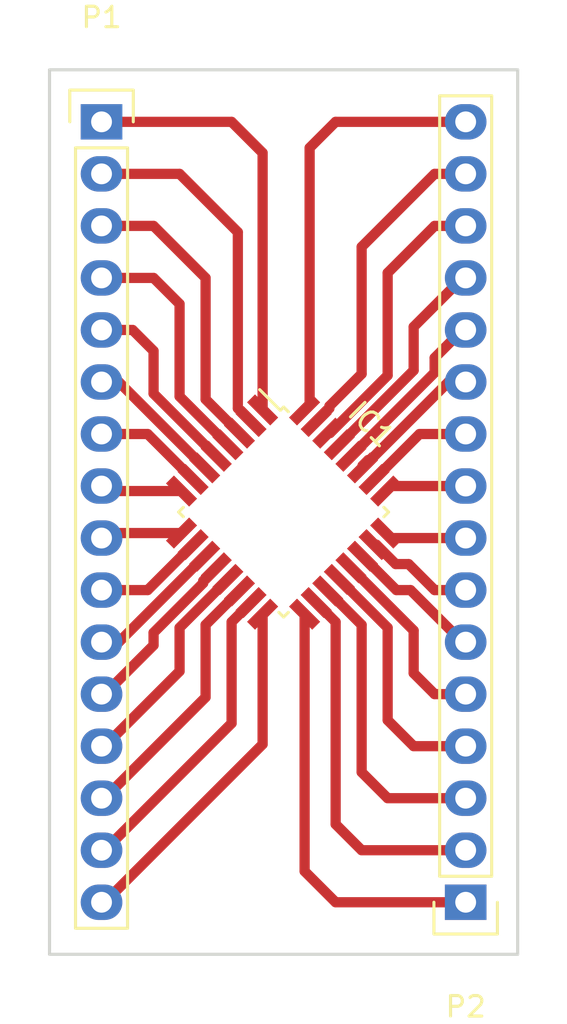
<source format=kicad_pcb>
(kicad_pcb (version 4) (host pcbnew 4.0.1-stable)

  (general
    (links 32)
    (no_connects 32)
    (area 134.591667 89.025 162.588334 139.425)
    (thickness 1.6)
    (drawings 4)
    (tracks 129)
    (zones 0)
    (modules 3)
    (nets 33)
  )

  (page A4)
  (layers
    (0 F.Cu signal)
    (31 B.Cu signal)
    (32 B.Adhes user)
    (33 F.Adhes user)
    (34 B.Paste user)
    (35 F.Paste user)
    (36 B.SilkS user)
    (37 F.SilkS user)
    (38 B.Mask user)
    (39 F.Mask user)
    (40 Dwgs.User user)
    (41 Cmts.User user)
    (42 Eco1.User user)
    (43 Eco2.User user)
    (44 Edge.Cuts user)
    (45 Margin user)
    (46 B.CrtYd user)
    (47 F.CrtYd user)
    (48 B.Fab user)
    (49 F.Fab user)
  )

  (setup
    (last_trace_width 0.5)
    (user_trace_width 0.5)
    (trace_clearance 0.2)
    (zone_clearance 0.508)
    (zone_45_only no)
    (trace_min 0.2)
    (segment_width 0.2)
    (edge_width 0.15)
    (via_size 0.6)
    (via_drill 0.4)
    (via_min_size 0.4)
    (via_min_drill 0.3)
    (uvia_size 0.3)
    (uvia_drill 0.1)
    (uvias_allowed no)
    (uvia_min_size 0.2)
    (uvia_min_drill 0.1)
    (pcb_text_width 0.3)
    (pcb_text_size 1.5 1.5)
    (mod_edge_width 0.15)
    (mod_text_size 1 1)
    (mod_text_width 0.15)
    (pad_size 1.6 0.55)
    (pad_drill 0)
    (pad_to_mask_clearance 0.2)
    (aux_axis_origin 0 0)
    (visible_elements FFFFFF7F)
    (pcbplotparams
      (layerselection 0x01000_00000001)
      (usegerberextensions false)
      (excludeedgelayer true)
      (linewidth 0.100000)
      (plotframeref false)
      (viasonmask false)
      (mode 1)
      (useauxorigin false)
      (hpglpennumber 1)
      (hpglpenspeed 20)
      (hpglpendiameter 15)
      (hpglpenoverlay 2)
      (psnegative false)
      (psa4output false)
      (plotreference false)
      (plotvalue false)
      (plotinvisibletext false)
      (padsonsilk false)
      (subtractmaskfromsilk false)
      (outputformat 1)
      (mirror false)
      (drillshape 0)
      (scaleselection 1)
      (outputdirectory ""))
  )

  (net 0 "")
  (net 1 "Net-(IC1-Pad1)")
  (net 2 "Net-(IC1-Pad2)")
  (net 3 "Net-(IC1-Pad3)")
  (net 4 "Net-(IC1-Pad4)")
  (net 5 "Net-(IC1-Pad5)")
  (net 6 "Net-(IC1-Pad6)")
  (net 7 "Net-(IC1-Pad7)")
  (net 8 "Net-(IC1-Pad8)")
  (net 9 "Net-(IC1-Pad9)")
  (net 10 "Net-(IC1-Pad10)")
  (net 11 "Net-(IC1-Pad11)")
  (net 12 "Net-(IC1-Pad12)")
  (net 13 "Net-(IC1-Pad13)")
  (net 14 "Net-(IC1-Pad14)")
  (net 15 "Net-(IC1-Pad15)")
  (net 16 "Net-(IC1-Pad16)")
  (net 17 "Net-(IC1-Pad17)")
  (net 18 "Net-(IC1-Pad18)")
  (net 19 "Net-(IC1-Pad19)")
  (net 20 "Net-(IC1-Pad20)")
  (net 21 "Net-(IC1-Pad21)")
  (net 22 "Net-(IC1-Pad22)")
  (net 23 "Net-(IC1-Pad23)")
  (net 24 "Net-(IC1-Pad24)")
  (net 25 "Net-(IC1-Pad25)")
  (net 26 "Net-(IC1-Pad26)")
  (net 27 "Net-(IC1-Pad27)")
  (net 28 "Net-(IC1-Pad28)")
  (net 29 "Net-(IC1-Pad29)")
  (net 30 "Net-(IC1-Pad30)")
  (net 31 "Net-(IC1-Pad31)")
  (net 32 "Net-(IC1-Pad32)")

  (net_class Default "This is the default net class."
    (clearance 0.2)
    (trace_width 0.25)
    (via_dia 0.6)
    (via_drill 0.4)
    (uvia_dia 0.3)
    (uvia_drill 0.1)
    (add_net "Net-(IC1-Pad1)")
    (add_net "Net-(IC1-Pad10)")
    (add_net "Net-(IC1-Pad11)")
    (add_net "Net-(IC1-Pad12)")
    (add_net "Net-(IC1-Pad13)")
    (add_net "Net-(IC1-Pad14)")
    (add_net "Net-(IC1-Pad15)")
    (add_net "Net-(IC1-Pad16)")
    (add_net "Net-(IC1-Pad17)")
    (add_net "Net-(IC1-Pad18)")
    (add_net "Net-(IC1-Pad19)")
    (add_net "Net-(IC1-Pad2)")
    (add_net "Net-(IC1-Pad20)")
    (add_net "Net-(IC1-Pad21)")
    (add_net "Net-(IC1-Pad22)")
    (add_net "Net-(IC1-Pad23)")
    (add_net "Net-(IC1-Pad24)")
    (add_net "Net-(IC1-Pad25)")
    (add_net "Net-(IC1-Pad26)")
    (add_net "Net-(IC1-Pad27)")
    (add_net "Net-(IC1-Pad28)")
    (add_net "Net-(IC1-Pad29)")
    (add_net "Net-(IC1-Pad3)")
    (add_net "Net-(IC1-Pad30)")
    (add_net "Net-(IC1-Pad31)")
    (add_net "Net-(IC1-Pad32)")
    (add_net "Net-(IC1-Pad4)")
    (add_net "Net-(IC1-Pad5)")
    (add_net "Net-(IC1-Pad6)")
    (add_net "Net-(IC1-Pad7)")
    (add_net "Net-(IC1-Pad8)")
    (add_net "Net-(IC1-Pad9)")
  )

  (module Housings_QFP:TQFP-32_7x7mm_Pitch0.8mm (layer F.Cu) (tedit 54130A77) (tstamp 586AE337)
    (at 148.59 114.3 315)
    (descr "32-Lead Plastic Thin Quad Flatpack (PT) - 7x7x1.0 mm Body, 2.00 mm [TQFP] (see Microchip Packaging Specification 00000049BS.pdf)")
    (tags "QFP 0.8")
    (path /586ADF04)
    (attr smd)
    (fp_text reference IC1 (at 0 -6.05 315) (layer F.SilkS)
      (effects (font (size 1 1) (thickness 0.15)))
    )
    (fp_text value ATMEGA328PB-A (at -9.567155 -6.597306 315) (layer F.Fab)
      (effects (font (size 1 1) (thickness 0.15)))
    )
    (fp_text user %R (at 0.04445 0.04445 495) (layer F.Fab)
      (effects (font (size 1 1) (thickness 0.15)))
    )
    (fp_line (start -2.5 -3.5) (end 3.5 -3.5) (layer F.Fab) (width 0.15))
    (fp_line (start 3.5 -3.5) (end 3.5 3.5) (layer F.Fab) (width 0.15))
    (fp_line (start 3.5 3.5) (end -3.5 3.5) (layer F.Fab) (width 0.15))
    (fp_line (start -3.5 3.5) (end -3.5 -2.5) (layer F.Fab) (width 0.15))
    (fp_line (start -3.5 -2.5) (end -2.5 -3.5) (layer F.Fab) (width 0.15))
    (fp_line (start -5.3 -5.3) (end -5.3 5.3) (layer F.CrtYd) (width 0.05))
    (fp_line (start 5.3 -5.3) (end 5.3 5.3) (layer F.CrtYd) (width 0.05))
    (fp_line (start -5.3 -5.3) (end 5.3 -5.3) (layer F.CrtYd) (width 0.05))
    (fp_line (start -5.3 5.3) (end 5.3 5.3) (layer F.CrtYd) (width 0.05))
    (fp_line (start -3.625 -3.625) (end -3.625 -3.4) (layer F.SilkS) (width 0.15))
    (fp_line (start 3.625 -3.625) (end 3.625 -3.3) (layer F.SilkS) (width 0.15))
    (fp_line (start 3.625 3.625) (end 3.625 3.3) (layer F.SilkS) (width 0.15))
    (fp_line (start -3.625 3.625) (end -3.625 3.3) (layer F.SilkS) (width 0.15))
    (fp_line (start -3.625 -3.625) (end -3.3 -3.625) (layer F.SilkS) (width 0.15))
    (fp_line (start -3.625 3.625) (end -3.3 3.625) (layer F.SilkS) (width 0.15))
    (fp_line (start 3.625 3.625) (end 3.3 3.625) (layer F.SilkS) (width 0.15))
    (fp_line (start 3.625 -3.625) (end 3.3 -3.625) (layer F.SilkS) (width 0.15))
    (fp_line (start -3.625 -3.4) (end -5.05 -3.4) (layer F.SilkS) (width 0.15))
    (pad 1 smd rect (at -4.25 -2.8 315) (size 1.6 0.55) (layers F.Cu F.Paste F.Mask)
      (net 1 "Net-(IC1-Pad1)"))
    (pad 2 smd rect (at -4.25 -2 315) (size 1.6 0.55) (layers F.Cu F.Paste F.Mask)
      (net 2 "Net-(IC1-Pad2)"))
    (pad 3 smd rect (at -4.25 -1.2 315) (size 1.6 0.55) (layers F.Cu F.Paste F.Mask)
      (net 3 "Net-(IC1-Pad3)"))
    (pad 4 smd rect (at -4.25 -0.4 315) (size 1.6 0.55) (layers F.Cu F.Paste F.Mask)
      (net 4 "Net-(IC1-Pad4)"))
    (pad 5 smd rect (at -4.25 0.4 315) (size 1.6 0.55) (layers F.Cu F.Paste F.Mask)
      (net 5 "Net-(IC1-Pad5)"))
    (pad 6 smd rect (at -4.25 1.2 315) (size 1.6 0.55) (layers F.Cu F.Paste F.Mask)
      (net 6 "Net-(IC1-Pad6)"))
    (pad 7 smd rect (at -4.25 2 315) (size 1.6 0.55) (layers F.Cu F.Paste F.Mask)
      (net 7 "Net-(IC1-Pad7)"))
    (pad 8 smd rect (at -4.25 2.8 315) (size 1.6 0.55) (layers F.Cu F.Paste F.Mask)
      (net 8 "Net-(IC1-Pad8)"))
    (pad 9 smd rect (at -2.8 4.25 45) (size 1.6 0.55) (layers F.Cu F.Paste F.Mask)
      (net 9 "Net-(IC1-Pad9)"))
    (pad 10 smd rect (at -2 4.25 45) (size 1.6 0.55) (layers F.Cu F.Paste F.Mask)
      (net 10 "Net-(IC1-Pad10)"))
    (pad 11 smd rect (at -1.2 4.25 45) (size 1.6 0.55) (layers F.Cu F.Paste F.Mask)
      (net 11 "Net-(IC1-Pad11)"))
    (pad 12 smd rect (at -0.4 4.25 45) (size 1.6 0.55) (layers F.Cu F.Paste F.Mask)
      (net 12 "Net-(IC1-Pad12)"))
    (pad 13 smd rect (at 0.4 4.25 45) (size 1.6 0.55) (layers F.Cu F.Paste F.Mask)
      (net 13 "Net-(IC1-Pad13)"))
    (pad 14 smd rect (at 1.2 4.25 45) (size 1.6 0.55) (layers F.Cu F.Paste F.Mask)
      (net 14 "Net-(IC1-Pad14)"))
    (pad 15 smd rect (at 2 4.25 45) (size 1.6 0.55) (layers F.Cu F.Paste F.Mask)
      (net 15 "Net-(IC1-Pad15)"))
    (pad 16 smd rect (at 2.8 4.25 45) (size 1.6 0.55) (layers F.Cu F.Paste F.Mask)
      (net 16 "Net-(IC1-Pad16)"))
    (pad 17 smd rect (at 4.25 2.8 315) (size 1.6 0.55) (layers F.Cu F.Paste F.Mask)
      (net 17 "Net-(IC1-Pad17)"))
    (pad 18 smd rect (at 4.25 2 315) (size 1.6 0.55) (layers F.Cu F.Paste F.Mask)
      (net 18 "Net-(IC1-Pad18)"))
    (pad 19 smd rect (at 4.25 1.2 315) (size 1.6 0.55) (layers F.Cu F.Paste F.Mask)
      (net 19 "Net-(IC1-Pad19)"))
    (pad 20 smd rect (at 4.25 0.4 315) (size 1.6 0.55) (layers F.Cu F.Paste F.Mask)
      (net 20 "Net-(IC1-Pad20)"))
    (pad 21 smd rect (at 4.25 -0.4 315) (size 1.6 0.55) (layers F.Cu F.Paste F.Mask)
      (net 21 "Net-(IC1-Pad21)"))
    (pad 22 smd rect (at 4.25 -1.2 315) (size 1.6 0.55) (layers F.Cu F.Paste F.Mask)
      (net 22 "Net-(IC1-Pad22)"))
    (pad 23 smd rect (at 4.25 -2 315) (size 1.6 0.55) (layers F.Cu F.Paste F.Mask)
      (net 23 "Net-(IC1-Pad23)"))
    (pad 24 smd rect (at 4.25 -2.8 315) (size 1.6 0.55) (layers F.Cu F.Paste F.Mask)
      (net 24 "Net-(IC1-Pad24)"))
    (pad 25 smd rect (at 2.8 -4.25 45) (size 1.6 0.55) (layers F.Cu F.Paste F.Mask)
      (net 25 "Net-(IC1-Pad25)"))
    (pad 26 smd rect (at 2 -4.25 45) (size 1.6 0.55) (layers F.Cu F.Paste F.Mask)
      (net 26 "Net-(IC1-Pad26)"))
    (pad 27 smd rect (at 1.2 -4.25 45) (size 1.6 0.55) (layers F.Cu F.Paste F.Mask)
      (net 27 "Net-(IC1-Pad27)"))
    (pad 28 smd rect (at 0.4 -4.25 45) (size 1.6 0.55) (layers F.Cu F.Paste F.Mask)
      (net 28 "Net-(IC1-Pad28)"))
    (pad 29 smd rect (at -0.4 -4.25 45) (size 1.6 0.55) (layers F.Cu F.Paste F.Mask)
      (net 29 "Net-(IC1-Pad29)"))
    (pad 30 smd rect (at -1.2 -4.25 45) (size 1.6 0.55) (layers F.Cu F.Paste F.Mask)
      (net 30 "Net-(IC1-Pad30)"))
    (pad 31 smd rect (at -2 -4.25 45) (size 1.6 0.55) (layers F.Cu F.Paste F.Mask)
      (net 31 "Net-(IC1-Pad31)"))
    (pad 32 smd rect (at -2.8 -4.25 45) (size 1.6 0.55) (layers F.Cu F.Paste F.Mask)
      (net 32 "Net-(IC1-Pad32)"))
    (model Housings_QFP.3dshapes/TQFP-32_7x7mm_Pitch0.8mm.wrl
      (at (xyz 0 0 0))
      (scale (xyz 1 1 1))
      (rotate (xyz 0 0 0))
    )
  )

  (module Pin_Headers:Pin_Header_Straight_1x16 (layer F.Cu) (tedit 0) (tstamp 586AE34B)
    (at 139.7 95.25)
    (descr "Through hole pin header")
    (tags "pin header")
    (path /586ADF51)
    (fp_text reference P1 (at 0 -5.1) (layer F.SilkS)
      (effects (font (size 1 1) (thickness 0.15)))
    )
    (fp_text value CONN_01X16 (at 0 -3.1) (layer F.Fab)
      (effects (font (size 1 1) (thickness 0.15)))
    )
    (fp_line (start -1.75 -1.75) (end -1.75 39.85) (layer F.CrtYd) (width 0.05))
    (fp_line (start 1.75 -1.75) (end 1.75 39.85) (layer F.CrtYd) (width 0.05))
    (fp_line (start -1.75 -1.75) (end 1.75 -1.75) (layer F.CrtYd) (width 0.05))
    (fp_line (start -1.75 39.85) (end 1.75 39.85) (layer F.CrtYd) (width 0.05))
    (fp_line (start -1.27 1.27) (end -1.27 39.37) (layer F.SilkS) (width 0.15))
    (fp_line (start -1.27 39.37) (end 1.27 39.37) (layer F.SilkS) (width 0.15))
    (fp_line (start 1.27 39.37) (end 1.27 1.27) (layer F.SilkS) (width 0.15))
    (fp_line (start 1.55 -1.55) (end 1.55 0) (layer F.SilkS) (width 0.15))
    (fp_line (start 1.27 1.27) (end -1.27 1.27) (layer F.SilkS) (width 0.15))
    (fp_line (start -1.55 0) (end -1.55 -1.55) (layer F.SilkS) (width 0.15))
    (fp_line (start -1.55 -1.55) (end 1.55 -1.55) (layer F.SilkS) (width 0.15))
    (pad 1 thru_hole rect (at 0 0) (size 2.032 1.7272) (drill 1.016) (layers *.Cu *.Mask)
      (net 1 "Net-(IC1-Pad1)"))
    (pad 2 thru_hole oval (at 0 2.54) (size 2.032 1.7272) (drill 1.016) (layers *.Cu *.Mask)
      (net 2 "Net-(IC1-Pad2)"))
    (pad 3 thru_hole oval (at 0 5.08) (size 2.032 1.7272) (drill 1.016) (layers *.Cu *.Mask)
      (net 3 "Net-(IC1-Pad3)"))
    (pad 4 thru_hole oval (at 0 7.62) (size 2.032 1.7272) (drill 1.016) (layers *.Cu *.Mask)
      (net 4 "Net-(IC1-Pad4)"))
    (pad 5 thru_hole oval (at 0 10.16) (size 2.032 1.7272) (drill 1.016) (layers *.Cu *.Mask)
      (net 5 "Net-(IC1-Pad5)"))
    (pad 6 thru_hole oval (at 0 12.7) (size 2.032 1.7272) (drill 1.016) (layers *.Cu *.Mask)
      (net 6 "Net-(IC1-Pad6)"))
    (pad 7 thru_hole oval (at 0 15.24) (size 2.032 1.7272) (drill 1.016) (layers *.Cu *.Mask)
      (net 7 "Net-(IC1-Pad7)"))
    (pad 8 thru_hole oval (at 0 17.78) (size 2.032 1.7272) (drill 1.016) (layers *.Cu *.Mask)
      (net 8 "Net-(IC1-Pad8)"))
    (pad 9 thru_hole oval (at 0 20.32) (size 2.032 1.7272) (drill 1.016) (layers *.Cu *.Mask)
      (net 9 "Net-(IC1-Pad9)"))
    (pad 10 thru_hole oval (at 0 22.86) (size 2.032 1.7272) (drill 1.016) (layers *.Cu *.Mask)
      (net 10 "Net-(IC1-Pad10)"))
    (pad 11 thru_hole oval (at 0 25.4) (size 2.032 1.7272) (drill 1.016) (layers *.Cu *.Mask)
      (net 11 "Net-(IC1-Pad11)"))
    (pad 12 thru_hole oval (at 0 27.94) (size 2.032 1.7272) (drill 1.016) (layers *.Cu *.Mask)
      (net 12 "Net-(IC1-Pad12)"))
    (pad 13 thru_hole oval (at 0 30.48) (size 2.032 1.7272) (drill 1.016) (layers *.Cu *.Mask)
      (net 13 "Net-(IC1-Pad13)"))
    (pad 14 thru_hole oval (at 0 33.02) (size 2.032 1.7272) (drill 1.016) (layers *.Cu *.Mask)
      (net 14 "Net-(IC1-Pad14)"))
    (pad 15 thru_hole oval (at 0 35.56) (size 2.032 1.7272) (drill 1.016) (layers *.Cu *.Mask)
      (net 15 "Net-(IC1-Pad15)"))
    (pad 16 thru_hole oval (at 0 38.1) (size 2.032 1.7272) (drill 1.016) (layers *.Cu *.Mask)
      (net 16 "Net-(IC1-Pad16)"))
    (model Pin_Headers.3dshapes/Pin_Header_Straight_1x16.wrl
      (at (xyz 0 -0.75 0))
      (scale (xyz 1 1 1))
      (rotate (xyz 0 0 90))
    )
  )

  (module Pin_Headers:Pin_Header_Straight_1x16 (layer F.Cu) (tedit 0) (tstamp 586AE35F)
    (at 157.48 133.35 180)
    (descr "Through hole pin header")
    (tags "pin header")
    (path /586ADFD3)
    (fp_text reference P2 (at 0 -5.1 180) (layer F.SilkS)
      (effects (font (size 1 1) (thickness 0.15)))
    )
    (fp_text value CONN_01X16 (at 0 -3.1 180) (layer F.Fab)
      (effects (font (size 1 1) (thickness 0.15)))
    )
    (fp_line (start -1.75 -1.75) (end -1.75 39.85) (layer F.CrtYd) (width 0.05))
    (fp_line (start 1.75 -1.75) (end 1.75 39.85) (layer F.CrtYd) (width 0.05))
    (fp_line (start -1.75 -1.75) (end 1.75 -1.75) (layer F.CrtYd) (width 0.05))
    (fp_line (start -1.75 39.85) (end 1.75 39.85) (layer F.CrtYd) (width 0.05))
    (fp_line (start -1.27 1.27) (end -1.27 39.37) (layer F.SilkS) (width 0.15))
    (fp_line (start -1.27 39.37) (end 1.27 39.37) (layer F.SilkS) (width 0.15))
    (fp_line (start 1.27 39.37) (end 1.27 1.27) (layer F.SilkS) (width 0.15))
    (fp_line (start 1.55 -1.55) (end 1.55 0) (layer F.SilkS) (width 0.15))
    (fp_line (start 1.27 1.27) (end -1.27 1.27) (layer F.SilkS) (width 0.15))
    (fp_line (start -1.55 0) (end -1.55 -1.55) (layer F.SilkS) (width 0.15))
    (fp_line (start -1.55 -1.55) (end 1.55 -1.55) (layer F.SilkS) (width 0.15))
    (pad 1 thru_hole rect (at 0 0 180) (size 2.032 1.7272) (drill 1.016) (layers *.Cu *.Mask)
      (net 17 "Net-(IC1-Pad17)"))
    (pad 2 thru_hole oval (at 0 2.54 180) (size 2.032 1.7272) (drill 1.016) (layers *.Cu *.Mask)
      (net 18 "Net-(IC1-Pad18)"))
    (pad 3 thru_hole oval (at 0 5.08 180) (size 2.032 1.7272) (drill 1.016) (layers *.Cu *.Mask)
      (net 19 "Net-(IC1-Pad19)"))
    (pad 4 thru_hole oval (at 0 7.62 180) (size 2.032 1.7272) (drill 1.016) (layers *.Cu *.Mask)
      (net 20 "Net-(IC1-Pad20)"))
    (pad 5 thru_hole oval (at 0 10.16 180) (size 2.032 1.7272) (drill 1.016) (layers *.Cu *.Mask)
      (net 21 "Net-(IC1-Pad21)"))
    (pad 6 thru_hole oval (at 0 12.7 180) (size 2.032 1.7272) (drill 1.016) (layers *.Cu *.Mask)
      (net 22 "Net-(IC1-Pad22)"))
    (pad 7 thru_hole oval (at 0 15.24 180) (size 2.032 1.7272) (drill 1.016) (layers *.Cu *.Mask)
      (net 23 "Net-(IC1-Pad23)"))
    (pad 8 thru_hole oval (at 0 17.78 180) (size 2.032 1.7272) (drill 1.016) (layers *.Cu *.Mask)
      (net 24 "Net-(IC1-Pad24)"))
    (pad 9 thru_hole oval (at 0 20.32 180) (size 2.032 1.7272) (drill 1.016) (layers *.Cu *.Mask)
      (net 25 "Net-(IC1-Pad25)"))
    (pad 10 thru_hole oval (at 0 22.86 180) (size 2.032 1.7272) (drill 1.016) (layers *.Cu *.Mask)
      (net 26 "Net-(IC1-Pad26)"))
    (pad 11 thru_hole oval (at 0 25.4 180) (size 2.032 1.7272) (drill 1.016) (layers *.Cu *.Mask)
      (net 27 "Net-(IC1-Pad27)"))
    (pad 12 thru_hole oval (at 0 27.94 180) (size 2.032 1.7272) (drill 1.016) (layers *.Cu *.Mask)
      (net 28 "Net-(IC1-Pad28)"))
    (pad 13 thru_hole oval (at 0 30.48 180) (size 2.032 1.7272) (drill 1.016) (layers *.Cu *.Mask)
      (net 29 "Net-(IC1-Pad29)"))
    (pad 14 thru_hole oval (at 0 33.02 180) (size 2.032 1.7272) (drill 1.016) (layers *.Cu *.Mask)
      (net 30 "Net-(IC1-Pad30)"))
    (pad 15 thru_hole oval (at 0 35.56 180) (size 2.032 1.7272) (drill 1.016) (layers *.Cu *.Mask)
      (net 31 "Net-(IC1-Pad31)"))
    (pad 16 thru_hole oval (at 0 38.1 180) (size 2.032 1.7272) (drill 1.016) (layers *.Cu *.Mask)
      (net 32 "Net-(IC1-Pad32)"))
    (model Pin_Headers.3dshapes/Pin_Header_Straight_1x16.wrl
      (at (xyz 0 -0.75 0))
      (scale (xyz 1 1 1))
      (rotate (xyz 0 0 90))
    )
  )

  (gr_line (start 137.16 135.89) (end 137.16 92.71) (layer Edge.Cuts) (width 0.15))
  (gr_line (start 160.02 135.89) (end 137.16 135.89) (layer Edge.Cuts) (width 0.15))
  (gr_line (start 160.02 92.71) (end 160.02 135.89) (layer Edge.Cuts) (width 0.15))
  (gr_line (start 137.16 92.71) (end 160.02 92.71) (layer Edge.Cuts) (width 0.15))

  (segment (start 147.564695 96.764695) (end 146.05 95.25) (width 0.5) (layer F.Cu) (net 1))
  (segment (start 146.05 95.25) (end 139.7 95.25) (width 0.5) (layer F.Cu) (net 1))
  (segment (start 147.564695 109.314897) (end 147.564695 96.764695) (width 0.5) (layer F.Cu) (net 1))
  (segment (start 146.354545 100.634545) (end 143.51 97.79) (width 0.5) (layer F.Cu) (net 2))
  (segment (start 143.51 97.79) (end 139.7 97.79) (width 0.5) (layer F.Cu) (net 2))
  (segment (start 146.99901 109.880583) (end 146.354545 109.236118) (width 0.5) (layer F.Cu) (net 2))
  (segment (start 146.354545 109.236118) (end 146.354545 100.634545) (width 0.5) (layer F.Cu) (net 2))
  (segment (start 139.7 97.79) (end 139.8524 97.79) (width 0.5) (layer F.Cu) (net 2))
  (segment (start 144.78 102.87) (end 142.24 100.33) (width 0.5) (layer F.Cu) (net 3))
  (segment (start 142.24 100.33) (end 139.7 100.33) (width 0.5) (layer F.Cu) (net 3))
  (segment (start 144.78 108.792944) (end 144.78 102.87) (width 0.5) (layer F.Cu) (net 3))
  (segment (start 146.433324 110.446268) (end 144.78 108.792944) (width 0.5) (layer F.Cu) (net 3))
  (segment (start 143.51 104.14) (end 142.24 102.87) (width 0.5) (layer F.Cu) (net 4))
  (segment (start 142.24 102.87) (end 139.7 102.87) (width 0.5) (layer F.Cu) (net 4))
  (segment (start 143.51 108.654314) (end 143.51 104.14) (width 0.5) (layer F.Cu) (net 4))
  (segment (start 145.867639 111.011953) (end 143.51 108.654314) (width 0.5) (layer F.Cu) (net 4))
  (segment (start 145.301953 111.577639) (end 142.24 108.515686) (width 0.5) (layer F.Cu) (net 5))
  (segment (start 142.24 108.515686) (end 142.24 106.434) (width 0.5) (layer F.Cu) (net 5))
  (segment (start 141.216 105.41) (end 139.7 105.41) (width 0.5) (layer F.Cu) (net 5))
  (segment (start 142.24 106.434) (end 141.216 105.41) (width 0.5) (layer F.Cu) (net 5))
  (segment (start 144.736268 112.143324) (end 140.542944 107.95) (width 0.5) (layer F.Cu) (net 6))
  (segment (start 140.542944 107.95) (end 139.7 107.95) (width 0.5) (layer F.Cu) (net 6))
  (segment (start 144.170583 112.70901) (end 141.951573 110.49) (width 0.5) (layer F.Cu) (net 7))
  (segment (start 141.951573 110.49) (end 139.7 110.49) (width 0.5) (layer F.Cu) (net 7))
  (segment (start 143.604897 113.274695) (end 139.944695 113.274695) (width 0.5) (layer F.Cu) (net 8))
  (segment (start 139.944695 113.274695) (end 139.7 113.03) (width 0.5) (layer F.Cu) (net 8))
  (segment (start 143.604897 115.325305) (end 139.944695 115.325305) (width 0.5) (layer F.Cu) (net 9))
  (segment (start 139.944695 115.325305) (end 139.7 115.57) (width 0.5) (layer F.Cu) (net 9))
  (segment (start 144.170583 115.89099) (end 141.951573 118.11) (width 0.5) (layer F.Cu) (net 10))
  (segment (start 141.951573 118.11) (end 139.7 118.11) (width 0.5) (layer F.Cu) (net 10))
  (segment (start 144.736268 116.456676) (end 140.542944 120.65) (width 0.5) (layer F.Cu) (net 11))
  (segment (start 140.542944 120.65) (end 139.7 120.65) (width 0.5) (layer F.Cu) (net 11))
  (segment (start 142.24 120.8024) (end 139.8524 123.19) (width 0.5) (layer F.Cu) (net 12))
  (segment (start 139.8524 123.19) (end 139.7 123.19) (width 0.5) (layer F.Cu) (net 12))
  (segment (start 142.24 120.190366) (end 142.24 120.8024) (width 0.5) (layer F.Cu) (net 12))
  (segment (start 145.301953 117.022361) (end 144.665558 117.658756) (width 0.5) (layer F.Cu) (net 12))
  (segment (start 144.665558 117.658756) (end 144.665558 117.764808) (width 0.5) (layer F.Cu) (net 12))
  (segment (start 144.665558 117.764808) (end 142.24 120.190366) (width 0.5) (layer F.Cu) (net 12))
  (segment (start 143.51 122.0724) (end 143.51 119.945686) (width 0.5) (layer F.Cu) (net 13))
  (segment (start 143.51 119.945686) (end 145.867639 117.588047) (width 0.5) (layer F.Cu) (net 13))
  (segment (start 139.7 125.73) (end 139.8524 125.73) (width 0.5) (layer F.Cu) (net 13))
  (segment (start 139.8524 125.73) (end 143.51 122.0724) (width 0.5) (layer F.Cu) (net 13))
  (segment (start 144.78 123.3424) (end 144.78 119.807056) (width 0.5) (layer F.Cu) (net 14))
  (segment (start 144.78 119.807056) (end 145.796929 118.790127) (width 0.5) (layer F.Cu) (net 14))
  (segment (start 145.796929 118.790127) (end 146.433324 118.153732) (width 0.5) (layer F.Cu) (net 14))
  (segment (start 139.7 128.27) (end 139.8524 128.27) (width 0.5) (layer F.Cu) (net 14))
  (segment (start 139.8524 128.27) (end 144.78 123.3424) (width 0.5) (layer F.Cu) (net 14))
  (segment (start 146.05 124.6124) (end 146.05 119.668427) (width 0.5) (layer F.Cu) (net 15))
  (segment (start 146.05 119.668427) (end 146.99901 118.719417) (width 0.5) (layer F.Cu) (net 15))
  (segment (start 139.7 130.81) (end 139.8524 130.81) (width 0.5) (layer F.Cu) (net 15))
  (segment (start 139.8524 130.81) (end 146.05 124.6124) (width 0.5) (layer F.Cu) (net 15))
  (segment (start 139.7 133.35) (end 139.8524 133.35) (width 0.5) (layer F.Cu) (net 16))
  (segment (start 139.8524 133.35) (end 147.564695 125.637705) (width 0.5) (layer F.Cu) (net 16))
  (segment (start 147.564695 119.774012) (end 147.564695 119.285103) (width 0.5) (layer F.Cu) (net 16))
  (segment (start 147.564695 125.637705) (end 147.564695 119.774012) (width 0.5) (layer F.Cu) (net 16))
  (segment (start 149.615305 131.835305) (end 151.13 133.35) (width 0.5) (layer F.Cu) (net 17))
  (segment (start 151.13 133.35) (end 157.48 133.35) (width 0.5) (layer F.Cu) (net 17))
  (segment (start 149.615305 119.285103) (end 149.615305 131.835305) (width 0.5) (layer F.Cu) (net 17))
  (segment (start 157.3276 133.35) (end 157.48 133.35) (width 0.5) (layer F.Cu) (net 17))
  (segment (start 151.13 129.54) (end 152.4 130.81) (width 0.5) (layer F.Cu) (net 18))
  (segment (start 152.4 130.81) (end 157.48 130.81) (width 0.5) (layer F.Cu) (net 18))
  (segment (start 150.18099 118.719417) (end 151.13 119.668427) (width 0.5) (layer F.Cu) (net 18))
  (segment (start 151.13 119.668427) (end 151.13 129.54) (width 0.5) (layer F.Cu) (net 18))
  (segment (start 157.3276 130.81) (end 157.48 130.81) (width 0.5) (layer F.Cu) (net 18))
  (segment (start 153.67 128.27) (end 152.4 127) (width 0.5) (layer F.Cu) (net 19))
  (segment (start 152.4 127) (end 152.4 119.807056) (width 0.5) (layer F.Cu) (net 19))
  (segment (start 152.4 119.807056) (end 151.383071 118.790127) (width 0.5) (layer F.Cu) (net 19))
  (segment (start 151.383071 118.790127) (end 150.746676 118.153732) (width 0.5) (layer F.Cu) (net 19))
  (segment (start 157.48 128.27) (end 153.67 128.27) (width 0.5) (layer F.Cu) (net 19))
  (segment (start 157.3276 128.27) (end 157.48 128.27) (width 0.5) (layer F.Cu) (net 19))
  (segment (start 157.48 125.73) (end 154.94 125.73) (width 0.5) (layer F.Cu) (net 20))
  (segment (start 154.94 125.73) (end 153.67 124.46) (width 0.5) (layer F.Cu) (net 20))
  (segment (start 153.67 124.46) (end 153.67 119.945686) (width 0.5) (layer F.Cu) (net 20))
  (segment (start 153.67 119.945686) (end 151.312361 117.588047) (width 0.5) (layer F.Cu) (net 20))
  (segment (start 157.3276 125.73) (end 157.48 125.73) (width 0.5) (layer F.Cu) (net 20))
  (segment (start 154.94 122.166) (end 154.94 120.084314) (width 0.5) (layer F.Cu) (net 21))
  (segment (start 154.94 120.084314) (end 151.878047 117.022361) (width 0.5) (layer F.Cu) (net 21))
  (segment (start 157.48 123.19) (end 155.964 123.19) (width 0.5) (layer F.Cu) (net 21))
  (segment (start 155.964 123.19) (end 154.94 122.166) (width 0.5) (layer F.Cu) (net 21))
  (segment (start 157.3276 123.19) (end 157.48 123.19) (width 0.5) (layer F.Cu) (net 21))
  (segment (start 157.48 120.65) (end 157.3276 120.65) (width 0.5) (layer F.Cu) (net 22))
  (segment (start 157.3276 120.65) (end 154.7876 118.11) (width 0.5) (layer F.Cu) (net 22))
  (segment (start 154.7876 118.11) (end 154.097056 118.11) (width 0.5) (layer F.Cu) (net 22))
  (segment (start 154.097056 118.11) (end 153.080127 117.093071) (width 0.5) (layer F.Cu) (net 22))
  (segment (start 153.080127 117.093071) (end 152.443732 116.456676) (width 0.5) (layer F.Cu) (net 22))
  (segment (start 157.48 118.11) (end 155.964 118.11) (width 0.5) (layer F.Cu) (net 23))
  (segment (start 155.964 118.11) (end 154.694 116.84) (width 0.5) (layer F.Cu) (net 23))
  (segment (start 154.064478 116.84) (end 153.115468 115.89099) (width 0.5) (layer F.Cu) (net 23))
  (segment (start 154.694 116.84) (end 154.064478 116.84) (width 0.5) (layer F.Cu) (net 23))
  (segment (start 153.115468 115.89099) (end 153.009417 115.89099) (width 0.5) (layer F.Cu) (net 23))
  (segment (start 157.48 115.57) (end 153.819798 115.57) (width 0.5) (layer F.Cu) (net 24))
  (segment (start 153.819798 115.57) (end 153.575103 115.325305) (width 0.5) (layer F.Cu) (net 24))
  (segment (start 157.48 113.03) (end 153.819798 113.03) (width 0.5) (layer F.Cu) (net 25))
  (segment (start 153.819798 113.03) (end 153.575103 113.274695) (width 0.5) (layer F.Cu) (net 25))
  (segment (start 157.48 110.49) (end 155.228427 110.49) (width 0.5) (layer F.Cu) (net 26))
  (segment (start 155.228427 110.49) (end 153.009417 112.70901) (width 0.5) (layer F.Cu) (net 26))
  (segment (start 152.721006 111.76) (end 152.443732 112.037274) (width 0.5) (layer F.Cu) (net 27))
  (segment (start 152.443732 112.037274) (end 152.443732 112.143324) (width 0.5) (layer F.Cu) (net 27))
  (segment (start 157.48 107.95) (end 156.637056 107.95) (width 0.5) (layer F.Cu) (net 27))
  (segment (start 156.637056 107.95) (end 152.827056 111.76) (width 0.5) (layer F.Cu) (net 27))
  (segment (start 152.827056 111.76) (end 152.721006 111.76) (width 0.5) (layer F.Cu) (net 27))
  (segment (start 157.48 105.41) (end 157.3276 105.41) (width 0.5) (layer F.Cu) (net 28))
  (segment (start 157.3276 105.41) (end 155.964 106.7736) (width 0.5) (layer F.Cu) (net 28))
  (segment (start 155.964 106.7736) (end 155.964 107.491686) (width 0.5) (layer F.Cu) (net 28))
  (segment (start 152.514442 110.941244) (end 151.878047 111.577639) (width 0.5) (layer F.Cu) (net 28))
  (segment (start 155.964 107.491686) (end 152.514442 110.941244) (width 0.5) (layer F.Cu) (net 28))
  (segment (start 156.775686 105.41) (end 157.48 105.41) (width 0.5) (layer F.Cu) (net 28))
  (segment (start 154.94 105.2576) (end 154.94 107.384314) (width 0.5) (layer F.Cu) (net 29))
  (segment (start 154.94 107.384314) (end 151.312361 111.011953) (width 0.5) (layer F.Cu) (net 29))
  (segment (start 157.3276 102.87) (end 154.94 105.2576) (width 0.5) (layer F.Cu) (net 29))
  (segment (start 157.3276 102.87) (end 157.48 102.87) (width 0.5) (layer F.Cu) (net 29))
  (segment (start 157.48 100.33) (end 155.964 100.33) (width 0.5) (layer F.Cu) (net 30))
  (segment (start 155.964 100.33) (end 153.67 102.624) (width 0.5) (layer F.Cu) (net 30))
  (segment (start 153.67 102.624) (end 153.67 107.628994) (width 0.5) (layer F.Cu) (net 30))
  (segment (start 153.67 107.628994) (end 150.852726 110.446268) (width 0.5) (layer F.Cu) (net 30))
  (segment (start 150.852726 110.446268) (end 150.746676 110.446268) (width 0.5) (layer F.Cu) (net 30))
  (segment (start 157.3276 100.33) (end 157.48 100.33) (width 0.5) (layer F.Cu) (net 30))
  (segment (start 150.825455 109.130067) (end 150.825455 109.236118) (width 0.5) (layer F.Cu) (net 31))
  (segment (start 150.825455 109.236118) (end 150.18099 109.880583) (width 0.5) (layer F.Cu) (net 31))
  (segment (start 152.4 101.354) (end 152.4 107.555522) (width 0.5) (layer F.Cu) (net 31))
  (segment (start 152.4 107.555522) (end 150.825455 109.130067) (width 0.5) (layer F.Cu) (net 31))
  (segment (start 157.48 97.79) (end 155.964 97.79) (width 0.5) (layer F.Cu) (net 31))
  (segment (start 155.964 97.79) (end 152.4 101.354) (width 0.5) (layer F.Cu) (net 31))
  (segment (start 157.3276 97.79) (end 157.48 97.79) (width 0.5) (layer F.Cu) (net 31))
  (segment (start 149.615305 109.314897) (end 149.86 109.070202) (width 0.5) (layer F.Cu) (net 32))
  (segment (start 149.86 109.070202) (end 149.86 96.52) (width 0.5) (layer F.Cu) (net 32))
  (segment (start 149.86 96.52) (end 151.13 95.25) (width 0.5) (layer F.Cu) (net 32))
  (segment (start 151.13 95.25) (end 157.48 95.25) (width 0.5) (layer F.Cu) (net 32))
  (segment (start 157.3276 95.25) (end 157.48 95.25) (width 0.5) (layer F.Cu) (net 32))

)

</source>
